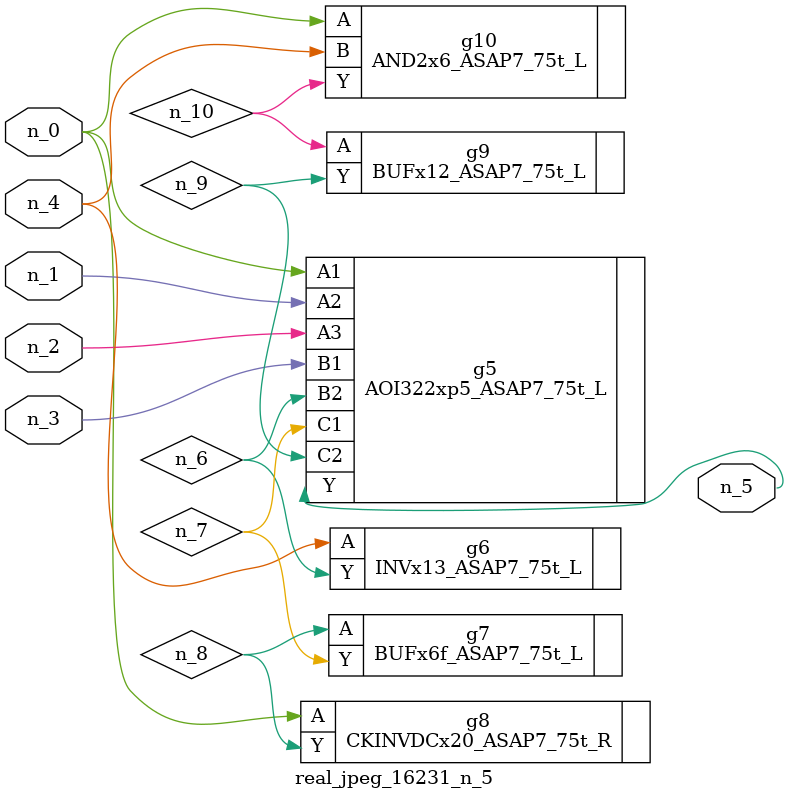
<source format=v>
module real_jpeg_16231_n_5 (n_4, n_0, n_1, n_2, n_3, n_5);

input n_4;
input n_0;
input n_1;
input n_2;
input n_3;

output n_5;

wire n_8;
wire n_6;
wire n_7;
wire n_10;
wire n_9;

AOI322xp5_ASAP7_75t_L g5 ( 
.A1(n_0),
.A2(n_1),
.A3(n_2),
.B1(n_3),
.B2(n_6),
.C1(n_7),
.C2(n_9),
.Y(n_5)
);

CKINVDCx20_ASAP7_75t_R g8 ( 
.A(n_0),
.Y(n_8)
);

AND2x6_ASAP7_75t_L g10 ( 
.A(n_0),
.B(n_4),
.Y(n_10)
);

INVx13_ASAP7_75t_L g6 ( 
.A(n_4),
.Y(n_6)
);

BUFx6f_ASAP7_75t_L g7 ( 
.A(n_8),
.Y(n_7)
);

BUFx12_ASAP7_75t_L g9 ( 
.A(n_10),
.Y(n_9)
);


endmodule
</source>
